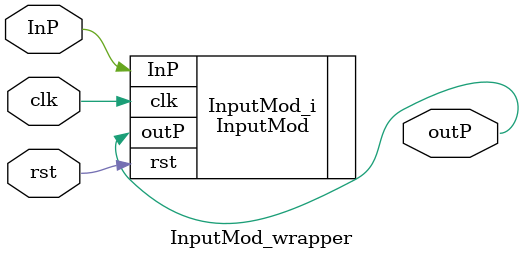
<source format=v>
`timescale 1 ps / 1 ps

module InputMod_wrapper
   (InP,
    clk,
    outP,
    rst);
  input InP;
  input clk;
  output [0:0]outP;
  input rst;

  wire InP;
  wire clk;
  wire [0:0]outP;
  wire rst;

  InputMod InputMod_i
       (.InP(InP),
        .clk(clk),
        .outP(outP),
        .rst(rst));
endmodule

</source>
